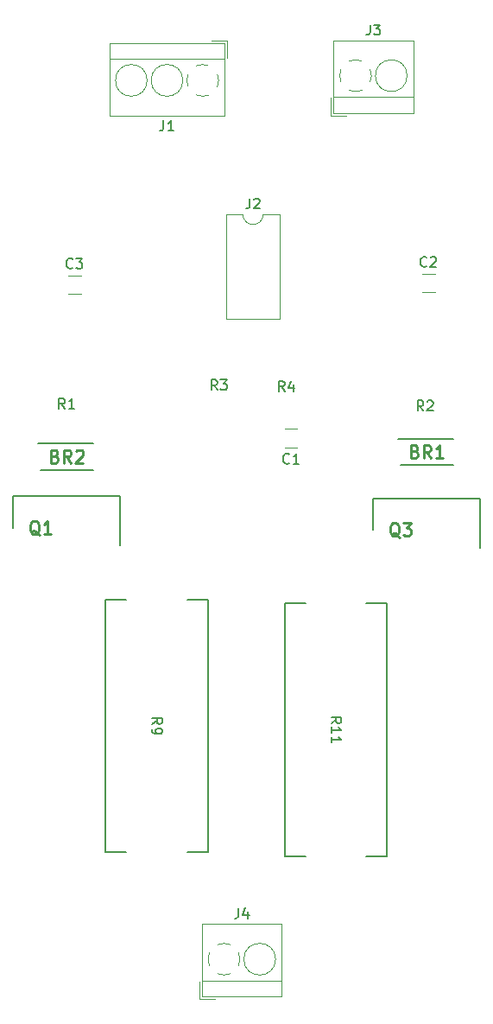
<source format=gbr>
%TF.GenerationSoftware,KiCad,Pcbnew,7.0.2-0*%
%TF.CreationDate,2024-01-04T17:04:27-05:00*%
%TF.ProjectId,AudioAmplifier,41756469-6f41-46d7-906c-69666965722e,rev?*%
%TF.SameCoordinates,Original*%
%TF.FileFunction,Legend,Top*%
%TF.FilePolarity,Positive*%
%FSLAX46Y46*%
G04 Gerber Fmt 4.6, Leading zero omitted, Abs format (unit mm)*
G04 Created by KiCad (PCBNEW 7.0.2-0) date 2024-01-04 17:04:27*
%MOMM*%
%LPD*%
G01*
G04 APERTURE LIST*
%ADD10C,0.150000*%
%ADD11C,0.254000*%
%ADD12C,0.120000*%
%ADD13C,0.152400*%
%ADD14C,0.200000*%
G04 APERTURE END LIST*
D10*
%TO.C,J2*%
X154515066Y-67907019D02*
X154515066Y-68621304D01*
X154515066Y-68621304D02*
X154467447Y-68764161D01*
X154467447Y-68764161D02*
X154372209Y-68859400D01*
X154372209Y-68859400D02*
X154229352Y-68907019D01*
X154229352Y-68907019D02*
X154134114Y-68907019D01*
X154943638Y-68002257D02*
X154991257Y-67954638D01*
X154991257Y-67954638D02*
X155086495Y-67907019D01*
X155086495Y-67907019D02*
X155324590Y-67907019D01*
X155324590Y-67907019D02*
X155419828Y-67954638D01*
X155419828Y-67954638D02*
X155467447Y-68002257D01*
X155467447Y-68002257D02*
X155515066Y-68097495D01*
X155515066Y-68097495D02*
X155515066Y-68192733D01*
X155515066Y-68192733D02*
X155467447Y-68335590D01*
X155467447Y-68335590D02*
X154896019Y-68907019D01*
X154896019Y-68907019D02*
X155515066Y-68907019D01*
%TO.C,R9*%
X144926980Y-119416533D02*
X145403171Y-119083200D01*
X144926980Y-118845105D02*
X145926980Y-118845105D01*
X145926980Y-118845105D02*
X145926980Y-119226057D01*
X145926980Y-119226057D02*
X145879361Y-119321295D01*
X145879361Y-119321295D02*
X145831742Y-119368914D01*
X145831742Y-119368914D02*
X145736504Y-119416533D01*
X145736504Y-119416533D02*
X145593647Y-119416533D01*
X145593647Y-119416533D02*
X145498409Y-119368914D01*
X145498409Y-119368914D02*
X145450790Y-119321295D01*
X145450790Y-119321295D02*
X145403171Y-119226057D01*
X145403171Y-119226057D02*
X145403171Y-118845105D01*
X144926980Y-119892724D02*
X144926980Y-120083200D01*
X144926980Y-120083200D02*
X144974600Y-120178438D01*
X144974600Y-120178438D02*
X145022219Y-120226057D01*
X145022219Y-120226057D02*
X145165076Y-120321295D01*
X145165076Y-120321295D02*
X145355552Y-120368914D01*
X145355552Y-120368914D02*
X145736504Y-120368914D01*
X145736504Y-120368914D02*
X145831742Y-120321295D01*
X145831742Y-120321295D02*
X145879361Y-120273676D01*
X145879361Y-120273676D02*
X145926980Y-120178438D01*
X145926980Y-120178438D02*
X145926980Y-119987962D01*
X145926980Y-119987962D02*
X145879361Y-119892724D01*
X145879361Y-119892724D02*
X145831742Y-119845105D01*
X145831742Y-119845105D02*
X145736504Y-119797486D01*
X145736504Y-119797486D02*
X145498409Y-119797486D01*
X145498409Y-119797486D02*
X145403171Y-119845105D01*
X145403171Y-119845105D02*
X145355552Y-119892724D01*
X145355552Y-119892724D02*
X145307933Y-119987962D01*
X145307933Y-119987962D02*
X145307933Y-120178438D01*
X145307933Y-120178438D02*
X145355552Y-120273676D01*
X145355552Y-120273676D02*
X145403171Y-120321295D01*
X145403171Y-120321295D02*
X145498409Y-120368914D01*
%TO.C,C3*%
X137165733Y-74669780D02*
X137118114Y-74717400D01*
X137118114Y-74717400D02*
X136975257Y-74765019D01*
X136975257Y-74765019D02*
X136880019Y-74765019D01*
X136880019Y-74765019D02*
X136737162Y-74717400D01*
X136737162Y-74717400D02*
X136641924Y-74622161D01*
X136641924Y-74622161D02*
X136594305Y-74526923D01*
X136594305Y-74526923D02*
X136546686Y-74336447D01*
X136546686Y-74336447D02*
X136546686Y-74193590D01*
X136546686Y-74193590D02*
X136594305Y-74003114D01*
X136594305Y-74003114D02*
X136641924Y-73907876D01*
X136641924Y-73907876D02*
X136737162Y-73812638D01*
X136737162Y-73812638D02*
X136880019Y-73765019D01*
X136880019Y-73765019D02*
X136975257Y-73765019D01*
X136975257Y-73765019D02*
X137118114Y-73812638D01*
X137118114Y-73812638D02*
X137165733Y-73860257D01*
X137499067Y-73765019D02*
X138118114Y-73765019D01*
X138118114Y-73765019D02*
X137784781Y-74145971D01*
X137784781Y-74145971D02*
X137927638Y-74145971D01*
X137927638Y-74145971D02*
X138022876Y-74193590D01*
X138022876Y-74193590D02*
X138070495Y-74241209D01*
X138070495Y-74241209D02*
X138118114Y-74336447D01*
X138118114Y-74336447D02*
X138118114Y-74574542D01*
X138118114Y-74574542D02*
X138070495Y-74669780D01*
X138070495Y-74669780D02*
X138022876Y-74717400D01*
X138022876Y-74717400D02*
X137927638Y-74765019D01*
X137927638Y-74765019D02*
X137641924Y-74765019D01*
X137641924Y-74765019D02*
X137546686Y-74717400D01*
X137546686Y-74717400D02*
X137499067Y-74669780D01*
%TO.C,R1*%
X136396433Y-88499019D02*
X136063100Y-88022828D01*
X135825005Y-88499019D02*
X135825005Y-87499019D01*
X135825005Y-87499019D02*
X136205957Y-87499019D01*
X136205957Y-87499019D02*
X136301195Y-87546638D01*
X136301195Y-87546638D02*
X136348814Y-87594257D01*
X136348814Y-87594257D02*
X136396433Y-87689495D01*
X136396433Y-87689495D02*
X136396433Y-87832352D01*
X136396433Y-87832352D02*
X136348814Y-87927590D01*
X136348814Y-87927590D02*
X136301195Y-87975209D01*
X136301195Y-87975209D02*
X136205957Y-88022828D01*
X136205957Y-88022828D02*
X135825005Y-88022828D01*
X137348814Y-88499019D02*
X136777386Y-88499019D01*
X137063100Y-88499019D02*
X137063100Y-87499019D01*
X137063100Y-87499019D02*
X136967862Y-87641876D01*
X136967862Y-87641876D02*
X136872624Y-87737114D01*
X136872624Y-87737114D02*
X136777386Y-87784733D01*
D11*
%TO.C,Q3*%
X169195447Y-101089278D02*
X169074495Y-101028802D01*
X169074495Y-101028802D02*
X168953542Y-100907850D01*
X168953542Y-100907850D02*
X168772114Y-100726421D01*
X168772114Y-100726421D02*
X168651161Y-100665945D01*
X168651161Y-100665945D02*
X168530209Y-100665945D01*
X168590685Y-100968326D02*
X168469733Y-100907850D01*
X168469733Y-100907850D02*
X168348780Y-100786897D01*
X168348780Y-100786897D02*
X168288304Y-100544992D01*
X168288304Y-100544992D02*
X168288304Y-100121659D01*
X168288304Y-100121659D02*
X168348780Y-99879754D01*
X168348780Y-99879754D02*
X168469733Y-99758802D01*
X168469733Y-99758802D02*
X168590685Y-99698326D01*
X168590685Y-99698326D02*
X168832590Y-99698326D01*
X168832590Y-99698326D02*
X168953542Y-99758802D01*
X168953542Y-99758802D02*
X169074495Y-99879754D01*
X169074495Y-99879754D02*
X169134971Y-100121659D01*
X169134971Y-100121659D02*
X169134971Y-100544992D01*
X169134971Y-100544992D02*
X169074495Y-100786897D01*
X169074495Y-100786897D02*
X168953542Y-100907850D01*
X168953542Y-100907850D02*
X168832590Y-100968326D01*
X168832590Y-100968326D02*
X168590685Y-100968326D01*
X169558304Y-99698326D02*
X170344495Y-99698326D01*
X170344495Y-99698326D02*
X169921161Y-100182135D01*
X169921161Y-100182135D02*
X170102590Y-100182135D01*
X170102590Y-100182135D02*
X170223542Y-100242611D01*
X170223542Y-100242611D02*
X170284018Y-100303088D01*
X170284018Y-100303088D02*
X170344495Y-100424040D01*
X170344495Y-100424040D02*
X170344495Y-100726421D01*
X170344495Y-100726421D02*
X170284018Y-100847373D01*
X170284018Y-100847373D02*
X170223542Y-100907850D01*
X170223542Y-100907850D02*
X170102590Y-100968326D01*
X170102590Y-100968326D02*
X169739733Y-100968326D01*
X169739733Y-100968326D02*
X169618780Y-100907850D01*
X169618780Y-100907850D02*
X169558304Y-100847373D01*
D10*
%TO.C,R2*%
X171550033Y-88702219D02*
X171216700Y-88226028D01*
X170978605Y-88702219D02*
X170978605Y-87702219D01*
X170978605Y-87702219D02*
X171359557Y-87702219D01*
X171359557Y-87702219D02*
X171454795Y-87749838D01*
X171454795Y-87749838D02*
X171502414Y-87797457D01*
X171502414Y-87797457D02*
X171550033Y-87892695D01*
X171550033Y-87892695D02*
X171550033Y-88035552D01*
X171550033Y-88035552D02*
X171502414Y-88130790D01*
X171502414Y-88130790D02*
X171454795Y-88178409D01*
X171454795Y-88178409D02*
X171359557Y-88226028D01*
X171359557Y-88226028D02*
X170978605Y-88226028D01*
X171930986Y-87797457D02*
X171978605Y-87749838D01*
X171978605Y-87749838D02*
X172073843Y-87702219D01*
X172073843Y-87702219D02*
X172311938Y-87702219D01*
X172311938Y-87702219D02*
X172407176Y-87749838D01*
X172407176Y-87749838D02*
X172454795Y-87797457D01*
X172454795Y-87797457D02*
X172502414Y-87892695D01*
X172502414Y-87892695D02*
X172502414Y-87987933D01*
X172502414Y-87987933D02*
X172454795Y-88130790D01*
X172454795Y-88130790D02*
X171883367Y-88702219D01*
X171883367Y-88702219D02*
X172502414Y-88702219D01*
%TO.C,C2*%
X171872933Y-74517380D02*
X171825314Y-74565000D01*
X171825314Y-74565000D02*
X171682457Y-74612619D01*
X171682457Y-74612619D02*
X171587219Y-74612619D01*
X171587219Y-74612619D02*
X171444362Y-74565000D01*
X171444362Y-74565000D02*
X171349124Y-74469761D01*
X171349124Y-74469761D02*
X171301505Y-74374523D01*
X171301505Y-74374523D02*
X171253886Y-74184047D01*
X171253886Y-74184047D02*
X171253886Y-74041190D01*
X171253886Y-74041190D02*
X171301505Y-73850714D01*
X171301505Y-73850714D02*
X171349124Y-73755476D01*
X171349124Y-73755476D02*
X171444362Y-73660238D01*
X171444362Y-73660238D02*
X171587219Y-73612619D01*
X171587219Y-73612619D02*
X171682457Y-73612619D01*
X171682457Y-73612619D02*
X171825314Y-73660238D01*
X171825314Y-73660238D02*
X171872933Y-73707857D01*
X172253886Y-73707857D02*
X172301505Y-73660238D01*
X172301505Y-73660238D02*
X172396743Y-73612619D01*
X172396743Y-73612619D02*
X172634838Y-73612619D01*
X172634838Y-73612619D02*
X172730076Y-73660238D01*
X172730076Y-73660238D02*
X172777695Y-73707857D01*
X172777695Y-73707857D02*
X172825314Y-73803095D01*
X172825314Y-73803095D02*
X172825314Y-73898333D01*
X172825314Y-73898333D02*
X172777695Y-74041190D01*
X172777695Y-74041190D02*
X172206267Y-74612619D01*
X172206267Y-74612619D02*
X172825314Y-74612619D01*
%TO.C,C1*%
X158400133Y-93806580D02*
X158352514Y-93854200D01*
X158352514Y-93854200D02*
X158209657Y-93901819D01*
X158209657Y-93901819D02*
X158114419Y-93901819D01*
X158114419Y-93901819D02*
X157971562Y-93854200D01*
X157971562Y-93854200D02*
X157876324Y-93758961D01*
X157876324Y-93758961D02*
X157828705Y-93663723D01*
X157828705Y-93663723D02*
X157781086Y-93473247D01*
X157781086Y-93473247D02*
X157781086Y-93330390D01*
X157781086Y-93330390D02*
X157828705Y-93139914D01*
X157828705Y-93139914D02*
X157876324Y-93044676D01*
X157876324Y-93044676D02*
X157971562Y-92949438D01*
X157971562Y-92949438D02*
X158114419Y-92901819D01*
X158114419Y-92901819D02*
X158209657Y-92901819D01*
X158209657Y-92901819D02*
X158352514Y-92949438D01*
X158352514Y-92949438D02*
X158400133Y-92997057D01*
X159352514Y-93901819D02*
X158781086Y-93901819D01*
X159066800Y-93901819D02*
X159066800Y-92901819D01*
X159066800Y-92901819D02*
X158971562Y-93044676D01*
X158971562Y-93044676D02*
X158876324Y-93139914D01*
X158876324Y-93139914D02*
X158781086Y-93187533D01*
%TO.C,R11*%
X162503780Y-119321342D02*
X162979971Y-118988009D01*
X162503780Y-118749914D02*
X163503780Y-118749914D01*
X163503780Y-118749914D02*
X163503780Y-119130866D01*
X163503780Y-119130866D02*
X163456161Y-119226104D01*
X163456161Y-119226104D02*
X163408542Y-119273723D01*
X163408542Y-119273723D02*
X163313304Y-119321342D01*
X163313304Y-119321342D02*
X163170447Y-119321342D01*
X163170447Y-119321342D02*
X163075209Y-119273723D01*
X163075209Y-119273723D02*
X163027590Y-119226104D01*
X163027590Y-119226104D02*
X162979971Y-119130866D01*
X162979971Y-119130866D02*
X162979971Y-118749914D01*
X162503780Y-120273723D02*
X162503780Y-119702295D01*
X162503780Y-119988009D02*
X163503780Y-119988009D01*
X163503780Y-119988009D02*
X163360923Y-119892771D01*
X163360923Y-119892771D02*
X163265685Y-119797533D01*
X163265685Y-119797533D02*
X163218066Y-119702295D01*
X162503780Y-121226104D02*
X162503780Y-120654676D01*
X162503780Y-120940390D02*
X163503780Y-120940390D01*
X163503780Y-120940390D02*
X163360923Y-120845152D01*
X163360923Y-120845152D02*
X163265685Y-120749914D01*
X163265685Y-120749914D02*
X163218066Y-120654676D01*
D11*
%TO.C,Q1*%
X133889447Y-100886078D02*
X133768495Y-100825602D01*
X133768495Y-100825602D02*
X133647542Y-100704650D01*
X133647542Y-100704650D02*
X133466114Y-100523221D01*
X133466114Y-100523221D02*
X133345161Y-100462745D01*
X133345161Y-100462745D02*
X133224209Y-100462745D01*
X133284685Y-100765126D02*
X133163733Y-100704650D01*
X133163733Y-100704650D02*
X133042780Y-100583697D01*
X133042780Y-100583697D02*
X132982304Y-100341792D01*
X132982304Y-100341792D02*
X132982304Y-99918459D01*
X132982304Y-99918459D02*
X133042780Y-99676554D01*
X133042780Y-99676554D02*
X133163733Y-99555602D01*
X133163733Y-99555602D02*
X133284685Y-99495126D01*
X133284685Y-99495126D02*
X133526590Y-99495126D01*
X133526590Y-99495126D02*
X133647542Y-99555602D01*
X133647542Y-99555602D02*
X133768495Y-99676554D01*
X133768495Y-99676554D02*
X133828971Y-99918459D01*
X133828971Y-99918459D02*
X133828971Y-100341792D01*
X133828971Y-100341792D02*
X133768495Y-100583697D01*
X133768495Y-100583697D02*
X133647542Y-100704650D01*
X133647542Y-100704650D02*
X133526590Y-100765126D01*
X133526590Y-100765126D02*
X133284685Y-100765126D01*
X135038495Y-100765126D02*
X134312780Y-100765126D01*
X134675637Y-100765126D02*
X134675637Y-99495126D01*
X134675637Y-99495126D02*
X134554685Y-99676554D01*
X134554685Y-99676554D02*
X134433733Y-99797507D01*
X134433733Y-99797507D02*
X134312780Y-99857983D01*
D10*
%TO.C,J3*%
X166318666Y-50882619D02*
X166318666Y-51596904D01*
X166318666Y-51596904D02*
X166271047Y-51739761D01*
X166271047Y-51739761D02*
X166175809Y-51835000D01*
X166175809Y-51835000D02*
X166032952Y-51882619D01*
X166032952Y-51882619D02*
X165937714Y-51882619D01*
X166699619Y-50882619D02*
X167318666Y-50882619D01*
X167318666Y-50882619D02*
X166985333Y-51263571D01*
X166985333Y-51263571D02*
X167128190Y-51263571D01*
X167128190Y-51263571D02*
X167223428Y-51311190D01*
X167223428Y-51311190D02*
X167271047Y-51358809D01*
X167271047Y-51358809D02*
X167318666Y-51454047D01*
X167318666Y-51454047D02*
X167318666Y-51692142D01*
X167318666Y-51692142D02*
X167271047Y-51787380D01*
X167271047Y-51787380D02*
X167223428Y-51835000D01*
X167223428Y-51835000D02*
X167128190Y-51882619D01*
X167128190Y-51882619D02*
X166842476Y-51882619D01*
X166842476Y-51882619D02*
X166747238Y-51835000D01*
X166747238Y-51835000D02*
X166699619Y-51787380D01*
D11*
%TO.C,BR1*%
X170724552Y-92683088D02*
X170905980Y-92743564D01*
X170905980Y-92743564D02*
X170966457Y-92804040D01*
X170966457Y-92804040D02*
X171026933Y-92924992D01*
X171026933Y-92924992D02*
X171026933Y-93106421D01*
X171026933Y-93106421D02*
X170966457Y-93227373D01*
X170966457Y-93227373D02*
X170905980Y-93287850D01*
X170905980Y-93287850D02*
X170785028Y-93348326D01*
X170785028Y-93348326D02*
X170301218Y-93348326D01*
X170301218Y-93348326D02*
X170301218Y-92078326D01*
X170301218Y-92078326D02*
X170724552Y-92078326D01*
X170724552Y-92078326D02*
X170845504Y-92138802D01*
X170845504Y-92138802D02*
X170905980Y-92199278D01*
X170905980Y-92199278D02*
X170966457Y-92320230D01*
X170966457Y-92320230D02*
X170966457Y-92441183D01*
X170966457Y-92441183D02*
X170905980Y-92562135D01*
X170905980Y-92562135D02*
X170845504Y-92622611D01*
X170845504Y-92622611D02*
X170724552Y-92683088D01*
X170724552Y-92683088D02*
X170301218Y-92683088D01*
X172296933Y-93348326D02*
X171873599Y-92743564D01*
X171571218Y-93348326D02*
X171571218Y-92078326D01*
X171571218Y-92078326D02*
X172055028Y-92078326D01*
X172055028Y-92078326D02*
X172175980Y-92138802D01*
X172175980Y-92138802D02*
X172236457Y-92199278D01*
X172236457Y-92199278D02*
X172296933Y-92320230D01*
X172296933Y-92320230D02*
X172296933Y-92501659D01*
X172296933Y-92501659D02*
X172236457Y-92622611D01*
X172236457Y-92622611D02*
X172175980Y-92683088D01*
X172175980Y-92683088D02*
X172055028Y-92743564D01*
X172055028Y-92743564D02*
X171571218Y-92743564D01*
X173506457Y-93348326D02*
X172780742Y-93348326D01*
X173143599Y-93348326D02*
X173143599Y-92078326D01*
X173143599Y-92078326D02*
X173022647Y-92259754D01*
X173022647Y-92259754D02*
X172901695Y-92380707D01*
X172901695Y-92380707D02*
X172780742Y-92441183D01*
%TO.C,BR2*%
X135418552Y-93140288D02*
X135599980Y-93200764D01*
X135599980Y-93200764D02*
X135660457Y-93261240D01*
X135660457Y-93261240D02*
X135720933Y-93382192D01*
X135720933Y-93382192D02*
X135720933Y-93563621D01*
X135720933Y-93563621D02*
X135660457Y-93684573D01*
X135660457Y-93684573D02*
X135599980Y-93745050D01*
X135599980Y-93745050D02*
X135479028Y-93805526D01*
X135479028Y-93805526D02*
X134995218Y-93805526D01*
X134995218Y-93805526D02*
X134995218Y-92535526D01*
X134995218Y-92535526D02*
X135418552Y-92535526D01*
X135418552Y-92535526D02*
X135539504Y-92596002D01*
X135539504Y-92596002D02*
X135599980Y-92656478D01*
X135599980Y-92656478D02*
X135660457Y-92777430D01*
X135660457Y-92777430D02*
X135660457Y-92898383D01*
X135660457Y-92898383D02*
X135599980Y-93019335D01*
X135599980Y-93019335D02*
X135539504Y-93079811D01*
X135539504Y-93079811D02*
X135418552Y-93140288D01*
X135418552Y-93140288D02*
X134995218Y-93140288D01*
X136990933Y-93805526D02*
X136567599Y-93200764D01*
X136265218Y-93805526D02*
X136265218Y-92535526D01*
X136265218Y-92535526D02*
X136749028Y-92535526D01*
X136749028Y-92535526D02*
X136869980Y-92596002D01*
X136869980Y-92596002D02*
X136930457Y-92656478D01*
X136930457Y-92656478D02*
X136990933Y-92777430D01*
X136990933Y-92777430D02*
X136990933Y-92958859D01*
X136990933Y-92958859D02*
X136930457Y-93079811D01*
X136930457Y-93079811D02*
X136869980Y-93140288D01*
X136869980Y-93140288D02*
X136749028Y-93200764D01*
X136749028Y-93200764D02*
X136265218Y-93200764D01*
X137474742Y-92656478D02*
X137535218Y-92596002D01*
X137535218Y-92596002D02*
X137656171Y-92535526D01*
X137656171Y-92535526D02*
X137958552Y-92535526D01*
X137958552Y-92535526D02*
X138079504Y-92596002D01*
X138079504Y-92596002D02*
X138139980Y-92656478D01*
X138139980Y-92656478D02*
X138200457Y-92777430D01*
X138200457Y-92777430D02*
X138200457Y-92898383D01*
X138200457Y-92898383D02*
X138139980Y-93079811D01*
X138139980Y-93079811D02*
X137414266Y-93805526D01*
X137414266Y-93805526D02*
X138200457Y-93805526D01*
D10*
%TO.C,J1*%
X146077466Y-60259819D02*
X146077466Y-60974104D01*
X146077466Y-60974104D02*
X146029847Y-61116961D01*
X146029847Y-61116961D02*
X145934609Y-61212200D01*
X145934609Y-61212200D02*
X145791752Y-61259819D01*
X145791752Y-61259819D02*
X145696514Y-61259819D01*
X147077466Y-61259819D02*
X146506038Y-61259819D01*
X146791752Y-61259819D02*
X146791752Y-60259819D01*
X146791752Y-60259819D02*
X146696514Y-60402676D01*
X146696514Y-60402676D02*
X146601276Y-60497914D01*
X146601276Y-60497914D02*
X146506038Y-60545533D01*
%TO.C,J4*%
X153415466Y-137445819D02*
X153415466Y-138160104D01*
X153415466Y-138160104D02*
X153367847Y-138302961D01*
X153367847Y-138302961D02*
X153272609Y-138398200D01*
X153272609Y-138398200D02*
X153129752Y-138445819D01*
X153129752Y-138445819D02*
X153034514Y-138445819D01*
X154320228Y-137779152D02*
X154320228Y-138445819D01*
X154082133Y-137398200D02*
X153844038Y-138112485D01*
X153844038Y-138112485D02*
X154463085Y-138112485D01*
%TO.C,R3*%
X151331633Y-86670219D02*
X150998300Y-86194028D01*
X150760205Y-86670219D02*
X150760205Y-85670219D01*
X150760205Y-85670219D02*
X151141157Y-85670219D01*
X151141157Y-85670219D02*
X151236395Y-85717838D01*
X151236395Y-85717838D02*
X151284014Y-85765457D01*
X151284014Y-85765457D02*
X151331633Y-85860695D01*
X151331633Y-85860695D02*
X151331633Y-86003552D01*
X151331633Y-86003552D02*
X151284014Y-86098790D01*
X151284014Y-86098790D02*
X151236395Y-86146409D01*
X151236395Y-86146409D02*
X151141157Y-86194028D01*
X151141157Y-86194028D02*
X150760205Y-86194028D01*
X151664967Y-85670219D02*
X152284014Y-85670219D01*
X152284014Y-85670219D02*
X151950681Y-86051171D01*
X151950681Y-86051171D02*
X152093538Y-86051171D01*
X152093538Y-86051171D02*
X152188776Y-86098790D01*
X152188776Y-86098790D02*
X152236395Y-86146409D01*
X152236395Y-86146409D02*
X152284014Y-86241647D01*
X152284014Y-86241647D02*
X152284014Y-86479742D01*
X152284014Y-86479742D02*
X152236395Y-86574980D01*
X152236395Y-86574980D02*
X152188776Y-86622600D01*
X152188776Y-86622600D02*
X152093538Y-86670219D01*
X152093538Y-86670219D02*
X151807824Y-86670219D01*
X151807824Y-86670219D02*
X151712586Y-86622600D01*
X151712586Y-86622600D02*
X151664967Y-86574980D01*
%TO.C,R4*%
X157935633Y-86822619D02*
X157602300Y-86346428D01*
X157364205Y-86822619D02*
X157364205Y-85822619D01*
X157364205Y-85822619D02*
X157745157Y-85822619D01*
X157745157Y-85822619D02*
X157840395Y-85870238D01*
X157840395Y-85870238D02*
X157888014Y-85917857D01*
X157888014Y-85917857D02*
X157935633Y-86013095D01*
X157935633Y-86013095D02*
X157935633Y-86155952D01*
X157935633Y-86155952D02*
X157888014Y-86251190D01*
X157888014Y-86251190D02*
X157840395Y-86298809D01*
X157840395Y-86298809D02*
X157745157Y-86346428D01*
X157745157Y-86346428D02*
X157364205Y-86346428D01*
X158792776Y-86155952D02*
X158792776Y-86822619D01*
X158554681Y-85775000D02*
X158316586Y-86489285D01*
X158316586Y-86489285D02*
X158935633Y-86489285D01*
D12*
%TO.C,J2*%
X152198400Y-69444400D02*
X152198400Y-79724400D01*
X152198400Y-79724400D02*
X157498400Y-79724400D01*
X153848400Y-69444400D02*
X152198400Y-69444400D01*
X157498400Y-69444400D02*
X155848400Y-69444400D01*
X157498400Y-79724400D02*
X157498400Y-69444400D01*
X153848400Y-69444400D02*
G75*
G03*
X155848400Y-69444400I1000000J0D01*
G01*
D13*
%TO.C,R9*%
X150418800Y-107200700D02*
X148376640Y-107200700D01*
X142402560Y-107200700D02*
X140360400Y-107200700D01*
X140360400Y-107200700D02*
X140360400Y-131965700D01*
X150418800Y-131965700D02*
X150418800Y-107200700D01*
X148376640Y-131965700D02*
X150418800Y-131965700D01*
X140360400Y-131965700D02*
X142402560Y-131965700D01*
D12*
%TO.C,C3*%
X136703400Y-75432400D02*
X137961400Y-75432400D01*
X136703400Y-77272400D02*
X137961400Y-77272400D01*
D14*
%TO.C,Q3*%
X166591400Y-97285800D02*
X166591400Y-100380800D01*
X177121400Y-97285800D02*
X166591400Y-97285800D01*
X177121400Y-102115800D02*
X177121400Y-97285800D01*
D12*
%TO.C,C2*%
X171410600Y-75280000D02*
X172668600Y-75280000D01*
X171410600Y-77120000D02*
X172668600Y-77120000D01*
%TO.C,C1*%
X159195800Y-92309200D02*
X157937800Y-92309200D01*
X159195800Y-90469200D02*
X157937800Y-90469200D01*
D13*
%TO.C,R11*%
X167995600Y-107581700D02*
X165953440Y-107581700D01*
X159979360Y-107581700D02*
X157937200Y-107581700D01*
X157937200Y-107581700D02*
X157937200Y-132346700D01*
X167995600Y-132346700D02*
X167995600Y-107581700D01*
X165953440Y-132346700D02*
X167995600Y-132346700D01*
X157937200Y-132346700D02*
X159979360Y-132346700D01*
D14*
%TO.C,Q1*%
X131285400Y-97082600D02*
X131285400Y-100177600D01*
X141815400Y-97082600D02*
X131285400Y-97082600D01*
X141815400Y-101912600D02*
X141815400Y-97082600D01*
D12*
%TO.C,J3*%
X162502000Y-58040000D02*
X162502000Y-59780000D01*
X162502000Y-59780000D02*
X164002000Y-59780000D01*
X162742000Y-52420000D02*
X162742000Y-59540000D01*
X162742000Y-52420000D02*
X170562000Y-52420000D01*
X162742000Y-57980000D02*
X170562000Y-57980000D01*
X162742000Y-59540000D02*
X170562000Y-59540000D01*
X170562000Y-52420000D02*
X170562000Y-59540000D01*
X163470000Y-55272000D02*
G75*
G03*
X163469891Y-56487742I1432000J-608000D01*
G01*
X165510000Y-54448000D02*
G75*
G03*
X164294258Y-54447891I-608000J-1432000D01*
G01*
X164294000Y-57311999D02*
G75*
G03*
X164929011Y-57435492I607998J1431987D01*
G01*
X164902000Y-57434999D02*
G75*
G03*
X165509587Y-57311384I0J1554999D01*
G01*
X166334000Y-56488000D02*
G75*
G03*
X166334109Y-55272258I-1432003J607999D01*
G01*
X169957000Y-55880000D02*
G75*
G03*
X169957000Y-55880000I-1555000J0D01*
G01*
D14*
%TO.C,BR1*%
X169303600Y-94040800D02*
X174443600Y-94040800D01*
X174443600Y-91480800D02*
X169023600Y-91480800D01*
%TO.C,BR2*%
X133997600Y-94498000D02*
X139137600Y-94498000D01*
X139137600Y-91938000D02*
X133717600Y-91938000D01*
D12*
%TO.C,J1*%
X152310800Y-54177200D02*
X152310800Y-52437200D01*
X152310800Y-52437200D02*
X150810800Y-52437200D01*
X152070800Y-59797200D02*
X152070800Y-52677200D01*
X152070800Y-59797200D02*
X140750800Y-59797200D01*
X152070800Y-54237200D02*
X140750800Y-54237200D01*
X152070800Y-52677200D02*
X140750800Y-52677200D01*
X140750800Y-59797200D02*
X140750800Y-52677200D01*
X151342800Y-56945200D02*
G75*
G03*
X151342909Y-55729458I-1432000J608000D01*
G01*
X149302800Y-57769200D02*
G75*
G03*
X150518542Y-57769309I608000J1432000D01*
G01*
X150518800Y-54905201D02*
G75*
G03*
X149883789Y-54781708I-607998J-1431987D01*
G01*
X149910800Y-54782201D02*
G75*
G03*
X149303213Y-54905816I0J-1554999D01*
G01*
X148478800Y-55729200D02*
G75*
G03*
X148478691Y-56944942I1432003J-607999D01*
G01*
X147965800Y-56337200D02*
G75*
G03*
X147965800Y-56337200I-1555000J0D01*
G01*
X144465800Y-56337200D02*
G75*
G03*
X144465800Y-56337200I-1555000J0D01*
G01*
%TO.C,J4*%
X149598800Y-144603200D02*
X149598800Y-146343200D01*
X149598800Y-146343200D02*
X151098800Y-146343200D01*
X149838800Y-138983200D02*
X149838800Y-146103200D01*
X149838800Y-138983200D02*
X157658800Y-138983200D01*
X149838800Y-144543200D02*
X157658800Y-144543200D01*
X149838800Y-146103200D02*
X157658800Y-146103200D01*
X157658800Y-138983200D02*
X157658800Y-146103200D01*
X150566800Y-141835200D02*
G75*
G03*
X150566691Y-143050942I1432000J-608000D01*
G01*
X152606800Y-141011200D02*
G75*
G03*
X151391058Y-141011091I-608000J-1432000D01*
G01*
X151390800Y-143875199D02*
G75*
G03*
X152025811Y-143998692I607998J1431987D01*
G01*
X151998800Y-143998199D02*
G75*
G03*
X152606387Y-143874584I0J1554999D01*
G01*
X153430800Y-143051200D02*
G75*
G03*
X153430909Y-141835458I-1432003J607999D01*
G01*
X157053800Y-142443200D02*
G75*
G03*
X157053800Y-142443200I-1555000J0D01*
G01*
%TD*%
M02*

</source>
